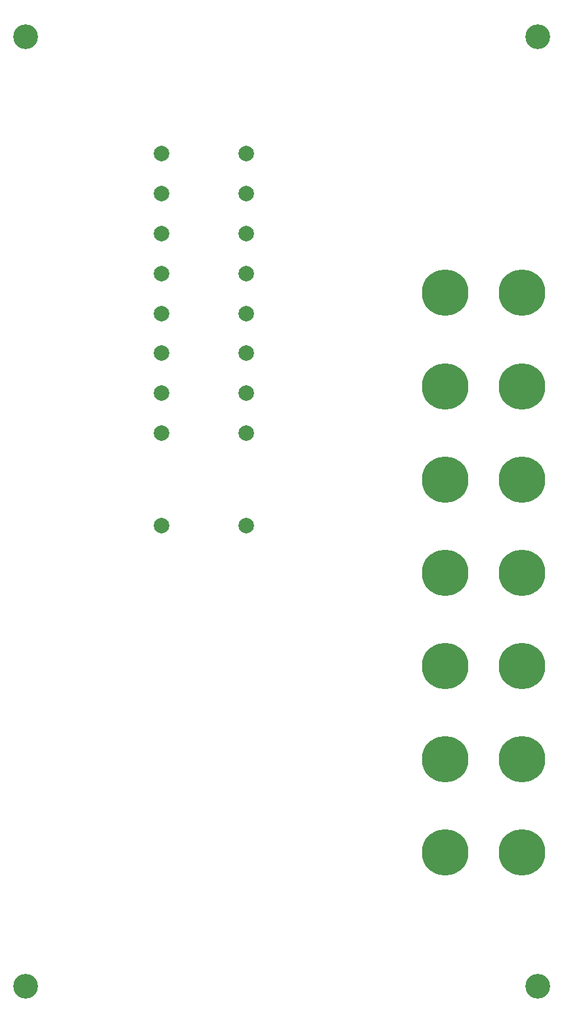
<source format=gbr>
%TF.GenerationSoftware,KiCad,Pcbnew,(6.0.6)*%
%TF.CreationDate,2022-11-26T14:48:15+01:00*%
%TF.ProjectId,wt,77742e6b-6963-4616-945f-706362585858,rev?*%
%TF.SameCoordinates,Original*%
%TF.FileFunction,Soldermask,Top*%
%TF.FilePolarity,Negative*%
%FSLAX46Y46*%
G04 Gerber Fmt 4.6, Leading zero omitted, Abs format (unit mm)*
G04 Created by KiCad (PCBNEW (6.0.6)) date 2022-11-26 14:48:15*
%MOMM*%
%LPD*%
G01*
G04 APERTURE LIST*
%ADD10C,2.000000*%
%ADD11C,6.000000*%
%ADD12C,3.200000*%
G04 APERTURE END LIST*
D10*
%TO.C,REF\u002A\u002A*%
X-49079156Y-34729885D03*
%TD*%
D11*
%TO.C,REF\u002A\u002A*%
X-13500000Y-45868571D03*
%TD*%
%TO.C,REF\u002A\u002A*%
X-23400000Y-57903928D03*
%TD*%
D10*
%TO.C,REF\u002A\u002A*%
X-59975822Y-3843223D03*
%TD*%
%TO.C,REF\u002A\u002A*%
X-59975822Y-24434331D03*
%TD*%
D11*
%TO.C,REF\u002A\u002A*%
X-13500000Y-69939285D03*
%TD*%
D10*
%TO.C,REF\u002A\u002A*%
X-59975822Y-19286554D03*
%TD*%
D12*
%TO.C,REF\u002A\u002A*%
X-77500000Y11250000D03*
%TD*%
D10*
%TO.C,REF\u002A\u002A*%
X-49079156Y-29582108D03*
%TD*%
%TO.C,REF\u002A\u002A*%
X-59975822Y-14138777D03*
%TD*%
D11*
%TO.C,REF\u002A\u002A*%
X-23400000Y-45868571D03*
%TD*%
%TO.C,REF\u002A\u002A*%
X-23400000Y-94010000D03*
%TD*%
%TO.C,REF\u002A\u002A*%
X-23400000Y-69939285D03*
%TD*%
D10*
%TO.C,REF\u002A\u002A*%
X-49079156Y-24434331D03*
%TD*%
%TO.C,REF\u002A\u002A*%
X-59975822Y-39877662D03*
%TD*%
D11*
%TO.C,REF\u002A\u002A*%
X-13500000Y-94010000D03*
%TD*%
%TO.C,REF\u002A\u002A*%
X-13500000Y-21797857D03*
%TD*%
%TO.C,REF\u002A\u002A*%
X-23400000Y-81974642D03*
%TD*%
D10*
%TO.C,REF\u002A\u002A*%
X-49079156Y-3843223D03*
%TD*%
D11*
%TO.C,REF\u002A\u002A*%
X-13500000Y-57903928D03*
%TD*%
D10*
%TO.C,REF\u002A\u002A*%
X-59975822Y-29582108D03*
%TD*%
D11*
%TO.C,REF\u002A\u002A*%
X-13500000Y-33833214D03*
%TD*%
D10*
%TO.C,REF\u002A\u002A*%
X-59975822Y-34729885D03*
%TD*%
D11*
%TO.C,REF\u002A\u002A*%
X-13500000Y-81974642D03*
%TD*%
D10*
%TO.C,REF\u002A\u002A*%
X-59975822Y-8991000D03*
%TD*%
D12*
%TO.C,REF\u002A\u002A*%
X-11460000Y-111250000D03*
%TD*%
D10*
%TO.C,REF\u002A\u002A*%
X-49079156Y-14138777D03*
%TD*%
%TO.C,REF\u002A\u002A*%
X-49079156Y-8991000D03*
%TD*%
%TO.C,REF\u002A\u002A*%
X-49079156Y-39877662D03*
%TD*%
D12*
%TO.C,REF\u002A\u002A*%
X-77500000Y-111250000D03*
%TD*%
D10*
%TO.C,REF\u002A\u002A*%
X-49079156Y-51809338D03*
%TD*%
%TO.C,REF\u002A\u002A*%
X-59975822Y-51809338D03*
%TD*%
D11*
%TO.C,REF\u002A\u002A*%
X-23400000Y-21797857D03*
%TD*%
D10*
%TO.C,REF\u002A\u002A*%
X-49079156Y-19286554D03*
%TD*%
D11*
%TO.C,REF\u002A\u002A*%
X-23400000Y-33833214D03*
%TD*%
D12*
%TO.C,REF\u002A\u002A*%
X-11460000Y11250000D03*
%TD*%
M02*

</source>
